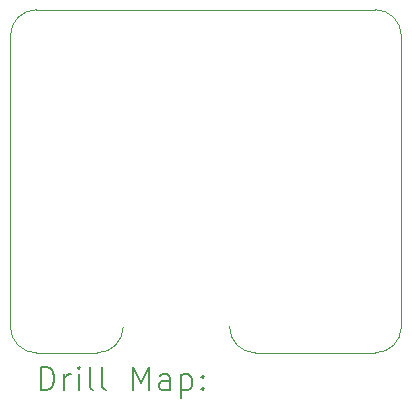
<source format=gbr>
%TF.GenerationSoftware,KiCad,Pcbnew,7.0.5*%
%TF.CreationDate,2024-03-22T16:24:40+08:00*%
%TF.ProjectId,wheel,77686565-6c2e-46b6-9963-61645f706362,rev?*%
%TF.SameCoordinates,Original*%
%TF.FileFunction,Drillmap*%
%TF.FilePolarity,Positive*%
%FSLAX45Y45*%
G04 Gerber Fmt 4.5, Leading zero omitted, Abs format (unit mm)*
G04 Created by KiCad (PCBNEW 7.0.5) date 2024-03-22 16:24:40*
%MOMM*%
%LPD*%
G01*
G04 APERTURE LIST*
%ADD10C,0.100000*%
%ADD11C,0.200000*%
G04 APERTURE END LIST*
D10*
X16957000Y-10489500D02*
X17972000Y-10489500D01*
X16737000Y-10269500D02*
G75*
G03*
X16957000Y-10489500I220000J0D01*
G01*
X15617000Y-10489500D02*
G75*
G03*
X15837000Y-10269500I0J220000D01*
G01*
X14882000Y-10269500D02*
G75*
G03*
X15102000Y-10489500I220000J0D01*
G01*
X17972000Y-10489500D02*
G75*
G03*
X18192000Y-10269500I0J220000D01*
G01*
X15102000Y-7584500D02*
X17972000Y-7584500D01*
X14882000Y-7804500D02*
X14882000Y-10269500D01*
X15102000Y-7584500D02*
G75*
G03*
X14882000Y-7804500I0J-220000D01*
G01*
X18192000Y-7804500D02*
X18192000Y-10269500D01*
X15102000Y-10489500D02*
X15617000Y-10489500D01*
X18192000Y-7804500D02*
G75*
G03*
X17972000Y-7584500I-220000J0D01*
G01*
D11*
X15137777Y-10805984D02*
X15137777Y-10605984D01*
X15137777Y-10605984D02*
X15185396Y-10605984D01*
X15185396Y-10605984D02*
X15213967Y-10615508D01*
X15213967Y-10615508D02*
X15233015Y-10634555D01*
X15233015Y-10634555D02*
X15242539Y-10653603D01*
X15242539Y-10653603D02*
X15252062Y-10691698D01*
X15252062Y-10691698D02*
X15252062Y-10720270D01*
X15252062Y-10720270D02*
X15242539Y-10758365D01*
X15242539Y-10758365D02*
X15233015Y-10777412D01*
X15233015Y-10777412D02*
X15213967Y-10796460D01*
X15213967Y-10796460D02*
X15185396Y-10805984D01*
X15185396Y-10805984D02*
X15137777Y-10805984D01*
X15337777Y-10805984D02*
X15337777Y-10672650D01*
X15337777Y-10710746D02*
X15347301Y-10691698D01*
X15347301Y-10691698D02*
X15356824Y-10682174D01*
X15356824Y-10682174D02*
X15375872Y-10672650D01*
X15375872Y-10672650D02*
X15394920Y-10672650D01*
X15461586Y-10805984D02*
X15461586Y-10672650D01*
X15461586Y-10605984D02*
X15452062Y-10615508D01*
X15452062Y-10615508D02*
X15461586Y-10625031D01*
X15461586Y-10625031D02*
X15471110Y-10615508D01*
X15471110Y-10615508D02*
X15461586Y-10605984D01*
X15461586Y-10605984D02*
X15461586Y-10625031D01*
X15585396Y-10805984D02*
X15566348Y-10796460D01*
X15566348Y-10796460D02*
X15556824Y-10777412D01*
X15556824Y-10777412D02*
X15556824Y-10605984D01*
X15690158Y-10805984D02*
X15671110Y-10796460D01*
X15671110Y-10796460D02*
X15661586Y-10777412D01*
X15661586Y-10777412D02*
X15661586Y-10605984D01*
X15918729Y-10805984D02*
X15918729Y-10605984D01*
X15918729Y-10605984D02*
X15985396Y-10748841D01*
X15985396Y-10748841D02*
X16052062Y-10605984D01*
X16052062Y-10605984D02*
X16052062Y-10805984D01*
X16233015Y-10805984D02*
X16233015Y-10701222D01*
X16233015Y-10701222D02*
X16223491Y-10682174D01*
X16223491Y-10682174D02*
X16204443Y-10672650D01*
X16204443Y-10672650D02*
X16166348Y-10672650D01*
X16166348Y-10672650D02*
X16147301Y-10682174D01*
X16233015Y-10796460D02*
X16213967Y-10805984D01*
X16213967Y-10805984D02*
X16166348Y-10805984D01*
X16166348Y-10805984D02*
X16147301Y-10796460D01*
X16147301Y-10796460D02*
X16137777Y-10777412D01*
X16137777Y-10777412D02*
X16137777Y-10758365D01*
X16137777Y-10758365D02*
X16147301Y-10739317D01*
X16147301Y-10739317D02*
X16166348Y-10729793D01*
X16166348Y-10729793D02*
X16213967Y-10729793D01*
X16213967Y-10729793D02*
X16233015Y-10720270D01*
X16328253Y-10672650D02*
X16328253Y-10872650D01*
X16328253Y-10682174D02*
X16347301Y-10672650D01*
X16347301Y-10672650D02*
X16385396Y-10672650D01*
X16385396Y-10672650D02*
X16404443Y-10682174D01*
X16404443Y-10682174D02*
X16413967Y-10691698D01*
X16413967Y-10691698D02*
X16423491Y-10710746D01*
X16423491Y-10710746D02*
X16423491Y-10767889D01*
X16423491Y-10767889D02*
X16413967Y-10786936D01*
X16413967Y-10786936D02*
X16404443Y-10796460D01*
X16404443Y-10796460D02*
X16385396Y-10805984D01*
X16385396Y-10805984D02*
X16347301Y-10805984D01*
X16347301Y-10805984D02*
X16328253Y-10796460D01*
X16509205Y-10786936D02*
X16518729Y-10796460D01*
X16518729Y-10796460D02*
X16509205Y-10805984D01*
X16509205Y-10805984D02*
X16499682Y-10796460D01*
X16499682Y-10796460D02*
X16509205Y-10786936D01*
X16509205Y-10786936D02*
X16509205Y-10805984D01*
X16509205Y-10682174D02*
X16518729Y-10691698D01*
X16518729Y-10691698D02*
X16509205Y-10701222D01*
X16509205Y-10701222D02*
X16499682Y-10691698D01*
X16499682Y-10691698D02*
X16509205Y-10682174D01*
X16509205Y-10682174D02*
X16509205Y-10701222D01*
M02*

</source>
